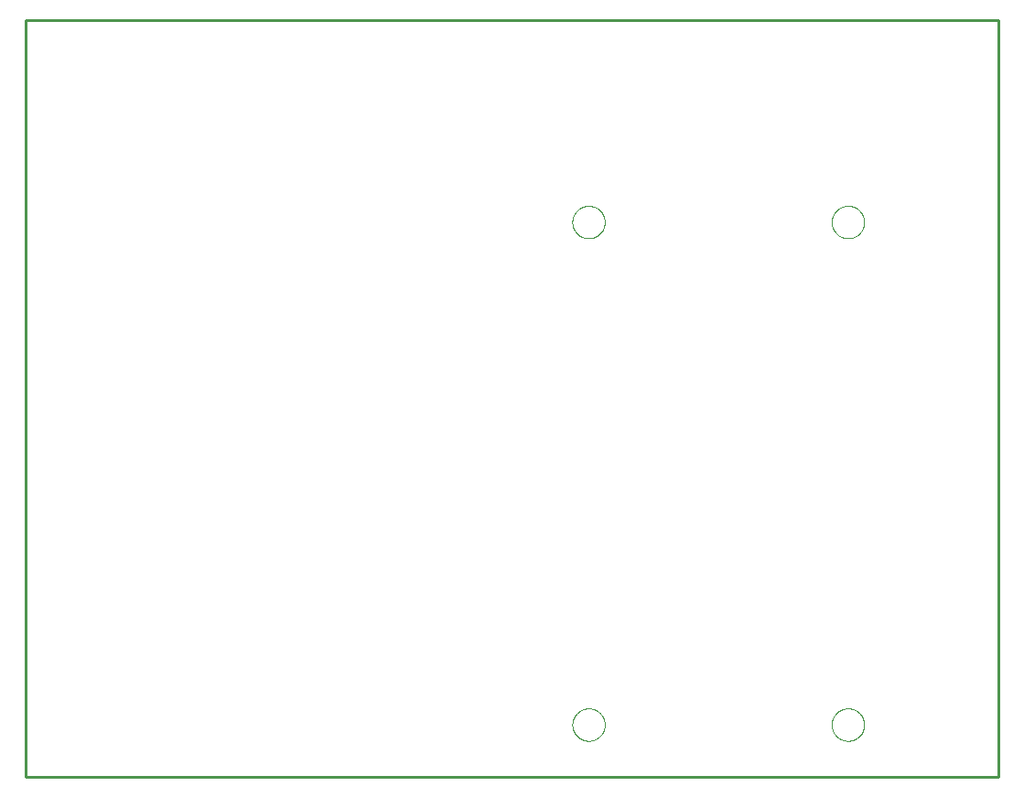
<source format=gbr>
G75*
%MOIN*%
%OFA0B0*%
%FSLAX25Y25*%
%IPPOS*%
%LPD*%
%AMOC8*
5,1,8,0,0,1.08239X$1,22.5*
%
%ADD10C,0.01000*%
%ADD11C,0.00000*%
D10*
X0024406Y0034424D02*
X0024406Y0310015D01*
X0378737Y0310015D01*
X0378737Y0034424D01*
X0024406Y0034424D01*
D11*
X0223500Y0053361D02*
X0223502Y0053514D01*
X0223508Y0053668D01*
X0223518Y0053821D01*
X0223532Y0053973D01*
X0223550Y0054126D01*
X0223572Y0054277D01*
X0223597Y0054428D01*
X0223627Y0054579D01*
X0223661Y0054729D01*
X0223698Y0054877D01*
X0223739Y0055025D01*
X0223784Y0055171D01*
X0223833Y0055317D01*
X0223886Y0055461D01*
X0223942Y0055603D01*
X0224002Y0055744D01*
X0224066Y0055884D01*
X0224133Y0056022D01*
X0224204Y0056158D01*
X0224279Y0056292D01*
X0224356Y0056424D01*
X0224438Y0056554D01*
X0224522Y0056682D01*
X0224610Y0056808D01*
X0224701Y0056931D01*
X0224795Y0057052D01*
X0224893Y0057170D01*
X0224993Y0057286D01*
X0225097Y0057399D01*
X0225203Y0057510D01*
X0225312Y0057618D01*
X0225424Y0057723D01*
X0225538Y0057824D01*
X0225656Y0057923D01*
X0225775Y0058019D01*
X0225897Y0058112D01*
X0226022Y0058201D01*
X0226149Y0058288D01*
X0226278Y0058370D01*
X0226409Y0058450D01*
X0226542Y0058526D01*
X0226677Y0058599D01*
X0226814Y0058668D01*
X0226953Y0058733D01*
X0227093Y0058795D01*
X0227235Y0058853D01*
X0227378Y0058908D01*
X0227523Y0058959D01*
X0227669Y0059006D01*
X0227816Y0059049D01*
X0227964Y0059088D01*
X0228113Y0059124D01*
X0228263Y0059155D01*
X0228414Y0059183D01*
X0228565Y0059207D01*
X0228718Y0059227D01*
X0228870Y0059243D01*
X0229023Y0059255D01*
X0229176Y0059263D01*
X0229329Y0059267D01*
X0229483Y0059267D01*
X0229636Y0059263D01*
X0229789Y0059255D01*
X0229942Y0059243D01*
X0230094Y0059227D01*
X0230247Y0059207D01*
X0230398Y0059183D01*
X0230549Y0059155D01*
X0230699Y0059124D01*
X0230848Y0059088D01*
X0230996Y0059049D01*
X0231143Y0059006D01*
X0231289Y0058959D01*
X0231434Y0058908D01*
X0231577Y0058853D01*
X0231719Y0058795D01*
X0231859Y0058733D01*
X0231998Y0058668D01*
X0232135Y0058599D01*
X0232270Y0058526D01*
X0232403Y0058450D01*
X0232534Y0058370D01*
X0232663Y0058288D01*
X0232790Y0058201D01*
X0232915Y0058112D01*
X0233037Y0058019D01*
X0233156Y0057923D01*
X0233274Y0057824D01*
X0233388Y0057723D01*
X0233500Y0057618D01*
X0233609Y0057510D01*
X0233715Y0057399D01*
X0233819Y0057286D01*
X0233919Y0057170D01*
X0234017Y0057052D01*
X0234111Y0056931D01*
X0234202Y0056808D01*
X0234290Y0056682D01*
X0234374Y0056554D01*
X0234456Y0056424D01*
X0234533Y0056292D01*
X0234608Y0056158D01*
X0234679Y0056022D01*
X0234746Y0055884D01*
X0234810Y0055744D01*
X0234870Y0055603D01*
X0234926Y0055461D01*
X0234979Y0055317D01*
X0235028Y0055171D01*
X0235073Y0055025D01*
X0235114Y0054877D01*
X0235151Y0054729D01*
X0235185Y0054579D01*
X0235215Y0054428D01*
X0235240Y0054277D01*
X0235262Y0054126D01*
X0235280Y0053973D01*
X0235294Y0053821D01*
X0235304Y0053668D01*
X0235310Y0053514D01*
X0235312Y0053361D01*
X0235310Y0053208D01*
X0235304Y0053054D01*
X0235294Y0052901D01*
X0235280Y0052749D01*
X0235262Y0052596D01*
X0235240Y0052445D01*
X0235215Y0052294D01*
X0235185Y0052143D01*
X0235151Y0051993D01*
X0235114Y0051845D01*
X0235073Y0051697D01*
X0235028Y0051551D01*
X0234979Y0051405D01*
X0234926Y0051261D01*
X0234870Y0051119D01*
X0234810Y0050978D01*
X0234746Y0050838D01*
X0234679Y0050700D01*
X0234608Y0050564D01*
X0234533Y0050430D01*
X0234456Y0050298D01*
X0234374Y0050168D01*
X0234290Y0050040D01*
X0234202Y0049914D01*
X0234111Y0049791D01*
X0234017Y0049670D01*
X0233919Y0049552D01*
X0233819Y0049436D01*
X0233715Y0049323D01*
X0233609Y0049212D01*
X0233500Y0049104D01*
X0233388Y0048999D01*
X0233274Y0048898D01*
X0233156Y0048799D01*
X0233037Y0048703D01*
X0232915Y0048610D01*
X0232790Y0048521D01*
X0232663Y0048434D01*
X0232534Y0048352D01*
X0232403Y0048272D01*
X0232270Y0048196D01*
X0232135Y0048123D01*
X0231998Y0048054D01*
X0231859Y0047989D01*
X0231719Y0047927D01*
X0231577Y0047869D01*
X0231434Y0047814D01*
X0231289Y0047763D01*
X0231143Y0047716D01*
X0230996Y0047673D01*
X0230848Y0047634D01*
X0230699Y0047598D01*
X0230549Y0047567D01*
X0230398Y0047539D01*
X0230247Y0047515D01*
X0230094Y0047495D01*
X0229942Y0047479D01*
X0229789Y0047467D01*
X0229636Y0047459D01*
X0229483Y0047455D01*
X0229329Y0047455D01*
X0229176Y0047459D01*
X0229023Y0047467D01*
X0228870Y0047479D01*
X0228718Y0047495D01*
X0228565Y0047515D01*
X0228414Y0047539D01*
X0228263Y0047567D01*
X0228113Y0047598D01*
X0227964Y0047634D01*
X0227816Y0047673D01*
X0227669Y0047716D01*
X0227523Y0047763D01*
X0227378Y0047814D01*
X0227235Y0047869D01*
X0227093Y0047927D01*
X0226953Y0047989D01*
X0226814Y0048054D01*
X0226677Y0048123D01*
X0226542Y0048196D01*
X0226409Y0048272D01*
X0226278Y0048352D01*
X0226149Y0048434D01*
X0226022Y0048521D01*
X0225897Y0048610D01*
X0225775Y0048703D01*
X0225656Y0048799D01*
X0225538Y0048898D01*
X0225424Y0048999D01*
X0225312Y0049104D01*
X0225203Y0049212D01*
X0225097Y0049323D01*
X0224993Y0049436D01*
X0224893Y0049552D01*
X0224795Y0049670D01*
X0224701Y0049791D01*
X0224610Y0049914D01*
X0224522Y0050040D01*
X0224438Y0050168D01*
X0224356Y0050298D01*
X0224279Y0050430D01*
X0224204Y0050564D01*
X0224133Y0050700D01*
X0224066Y0050838D01*
X0224002Y0050978D01*
X0223942Y0051119D01*
X0223886Y0051261D01*
X0223833Y0051405D01*
X0223784Y0051551D01*
X0223739Y0051697D01*
X0223698Y0051845D01*
X0223661Y0051993D01*
X0223627Y0052143D01*
X0223597Y0052294D01*
X0223572Y0052445D01*
X0223550Y0052596D01*
X0223532Y0052749D01*
X0223518Y0052901D01*
X0223508Y0053054D01*
X0223502Y0053208D01*
X0223500Y0053361D01*
X0317988Y0053361D02*
X0317990Y0053514D01*
X0317996Y0053668D01*
X0318006Y0053821D01*
X0318020Y0053973D01*
X0318038Y0054126D01*
X0318060Y0054277D01*
X0318085Y0054428D01*
X0318115Y0054579D01*
X0318149Y0054729D01*
X0318186Y0054877D01*
X0318227Y0055025D01*
X0318272Y0055171D01*
X0318321Y0055317D01*
X0318374Y0055461D01*
X0318430Y0055603D01*
X0318490Y0055744D01*
X0318554Y0055884D01*
X0318621Y0056022D01*
X0318692Y0056158D01*
X0318767Y0056292D01*
X0318844Y0056424D01*
X0318926Y0056554D01*
X0319010Y0056682D01*
X0319098Y0056808D01*
X0319189Y0056931D01*
X0319283Y0057052D01*
X0319381Y0057170D01*
X0319481Y0057286D01*
X0319585Y0057399D01*
X0319691Y0057510D01*
X0319800Y0057618D01*
X0319912Y0057723D01*
X0320026Y0057824D01*
X0320144Y0057923D01*
X0320263Y0058019D01*
X0320385Y0058112D01*
X0320510Y0058201D01*
X0320637Y0058288D01*
X0320766Y0058370D01*
X0320897Y0058450D01*
X0321030Y0058526D01*
X0321165Y0058599D01*
X0321302Y0058668D01*
X0321441Y0058733D01*
X0321581Y0058795D01*
X0321723Y0058853D01*
X0321866Y0058908D01*
X0322011Y0058959D01*
X0322157Y0059006D01*
X0322304Y0059049D01*
X0322452Y0059088D01*
X0322601Y0059124D01*
X0322751Y0059155D01*
X0322902Y0059183D01*
X0323053Y0059207D01*
X0323206Y0059227D01*
X0323358Y0059243D01*
X0323511Y0059255D01*
X0323664Y0059263D01*
X0323817Y0059267D01*
X0323971Y0059267D01*
X0324124Y0059263D01*
X0324277Y0059255D01*
X0324430Y0059243D01*
X0324582Y0059227D01*
X0324735Y0059207D01*
X0324886Y0059183D01*
X0325037Y0059155D01*
X0325187Y0059124D01*
X0325336Y0059088D01*
X0325484Y0059049D01*
X0325631Y0059006D01*
X0325777Y0058959D01*
X0325922Y0058908D01*
X0326065Y0058853D01*
X0326207Y0058795D01*
X0326347Y0058733D01*
X0326486Y0058668D01*
X0326623Y0058599D01*
X0326758Y0058526D01*
X0326891Y0058450D01*
X0327022Y0058370D01*
X0327151Y0058288D01*
X0327278Y0058201D01*
X0327403Y0058112D01*
X0327525Y0058019D01*
X0327644Y0057923D01*
X0327762Y0057824D01*
X0327876Y0057723D01*
X0327988Y0057618D01*
X0328097Y0057510D01*
X0328203Y0057399D01*
X0328307Y0057286D01*
X0328407Y0057170D01*
X0328505Y0057052D01*
X0328599Y0056931D01*
X0328690Y0056808D01*
X0328778Y0056682D01*
X0328862Y0056554D01*
X0328944Y0056424D01*
X0329021Y0056292D01*
X0329096Y0056158D01*
X0329167Y0056022D01*
X0329234Y0055884D01*
X0329298Y0055744D01*
X0329358Y0055603D01*
X0329414Y0055461D01*
X0329467Y0055317D01*
X0329516Y0055171D01*
X0329561Y0055025D01*
X0329602Y0054877D01*
X0329639Y0054729D01*
X0329673Y0054579D01*
X0329703Y0054428D01*
X0329728Y0054277D01*
X0329750Y0054126D01*
X0329768Y0053973D01*
X0329782Y0053821D01*
X0329792Y0053668D01*
X0329798Y0053514D01*
X0329800Y0053361D01*
X0329798Y0053208D01*
X0329792Y0053054D01*
X0329782Y0052901D01*
X0329768Y0052749D01*
X0329750Y0052596D01*
X0329728Y0052445D01*
X0329703Y0052294D01*
X0329673Y0052143D01*
X0329639Y0051993D01*
X0329602Y0051845D01*
X0329561Y0051697D01*
X0329516Y0051551D01*
X0329467Y0051405D01*
X0329414Y0051261D01*
X0329358Y0051119D01*
X0329298Y0050978D01*
X0329234Y0050838D01*
X0329167Y0050700D01*
X0329096Y0050564D01*
X0329021Y0050430D01*
X0328944Y0050298D01*
X0328862Y0050168D01*
X0328778Y0050040D01*
X0328690Y0049914D01*
X0328599Y0049791D01*
X0328505Y0049670D01*
X0328407Y0049552D01*
X0328307Y0049436D01*
X0328203Y0049323D01*
X0328097Y0049212D01*
X0327988Y0049104D01*
X0327876Y0048999D01*
X0327762Y0048898D01*
X0327644Y0048799D01*
X0327525Y0048703D01*
X0327403Y0048610D01*
X0327278Y0048521D01*
X0327151Y0048434D01*
X0327022Y0048352D01*
X0326891Y0048272D01*
X0326758Y0048196D01*
X0326623Y0048123D01*
X0326486Y0048054D01*
X0326347Y0047989D01*
X0326207Y0047927D01*
X0326065Y0047869D01*
X0325922Y0047814D01*
X0325777Y0047763D01*
X0325631Y0047716D01*
X0325484Y0047673D01*
X0325336Y0047634D01*
X0325187Y0047598D01*
X0325037Y0047567D01*
X0324886Y0047539D01*
X0324735Y0047515D01*
X0324582Y0047495D01*
X0324430Y0047479D01*
X0324277Y0047467D01*
X0324124Y0047459D01*
X0323971Y0047455D01*
X0323817Y0047455D01*
X0323664Y0047459D01*
X0323511Y0047467D01*
X0323358Y0047479D01*
X0323206Y0047495D01*
X0323053Y0047515D01*
X0322902Y0047539D01*
X0322751Y0047567D01*
X0322601Y0047598D01*
X0322452Y0047634D01*
X0322304Y0047673D01*
X0322157Y0047716D01*
X0322011Y0047763D01*
X0321866Y0047814D01*
X0321723Y0047869D01*
X0321581Y0047927D01*
X0321441Y0047989D01*
X0321302Y0048054D01*
X0321165Y0048123D01*
X0321030Y0048196D01*
X0320897Y0048272D01*
X0320766Y0048352D01*
X0320637Y0048434D01*
X0320510Y0048521D01*
X0320385Y0048610D01*
X0320263Y0048703D01*
X0320144Y0048799D01*
X0320026Y0048898D01*
X0319912Y0048999D01*
X0319800Y0049104D01*
X0319691Y0049212D01*
X0319585Y0049323D01*
X0319481Y0049436D01*
X0319381Y0049552D01*
X0319283Y0049670D01*
X0319189Y0049791D01*
X0319098Y0049914D01*
X0319010Y0050040D01*
X0318926Y0050168D01*
X0318844Y0050298D01*
X0318767Y0050430D01*
X0318692Y0050564D01*
X0318621Y0050700D01*
X0318554Y0050838D01*
X0318490Y0050978D01*
X0318430Y0051119D01*
X0318374Y0051261D01*
X0318321Y0051405D01*
X0318272Y0051551D01*
X0318227Y0051697D01*
X0318186Y0051845D01*
X0318149Y0051993D01*
X0318115Y0052143D01*
X0318085Y0052294D01*
X0318060Y0052445D01*
X0318038Y0052596D01*
X0318020Y0052749D01*
X0318006Y0052901D01*
X0317996Y0053054D01*
X0317990Y0053208D01*
X0317988Y0053361D01*
X0317988Y0236432D02*
X0317990Y0236585D01*
X0317996Y0236739D01*
X0318006Y0236892D01*
X0318020Y0237044D01*
X0318038Y0237197D01*
X0318060Y0237348D01*
X0318085Y0237499D01*
X0318115Y0237650D01*
X0318149Y0237800D01*
X0318186Y0237948D01*
X0318227Y0238096D01*
X0318272Y0238242D01*
X0318321Y0238388D01*
X0318374Y0238532D01*
X0318430Y0238674D01*
X0318490Y0238815D01*
X0318554Y0238955D01*
X0318621Y0239093D01*
X0318692Y0239229D01*
X0318767Y0239363D01*
X0318844Y0239495D01*
X0318926Y0239625D01*
X0319010Y0239753D01*
X0319098Y0239879D01*
X0319189Y0240002D01*
X0319283Y0240123D01*
X0319381Y0240241D01*
X0319481Y0240357D01*
X0319585Y0240470D01*
X0319691Y0240581D01*
X0319800Y0240689D01*
X0319912Y0240794D01*
X0320026Y0240895D01*
X0320144Y0240994D01*
X0320263Y0241090D01*
X0320385Y0241183D01*
X0320510Y0241272D01*
X0320637Y0241359D01*
X0320766Y0241441D01*
X0320897Y0241521D01*
X0321030Y0241597D01*
X0321165Y0241670D01*
X0321302Y0241739D01*
X0321441Y0241804D01*
X0321581Y0241866D01*
X0321723Y0241924D01*
X0321866Y0241979D01*
X0322011Y0242030D01*
X0322157Y0242077D01*
X0322304Y0242120D01*
X0322452Y0242159D01*
X0322601Y0242195D01*
X0322751Y0242226D01*
X0322902Y0242254D01*
X0323053Y0242278D01*
X0323206Y0242298D01*
X0323358Y0242314D01*
X0323511Y0242326D01*
X0323664Y0242334D01*
X0323817Y0242338D01*
X0323971Y0242338D01*
X0324124Y0242334D01*
X0324277Y0242326D01*
X0324430Y0242314D01*
X0324582Y0242298D01*
X0324735Y0242278D01*
X0324886Y0242254D01*
X0325037Y0242226D01*
X0325187Y0242195D01*
X0325336Y0242159D01*
X0325484Y0242120D01*
X0325631Y0242077D01*
X0325777Y0242030D01*
X0325922Y0241979D01*
X0326065Y0241924D01*
X0326207Y0241866D01*
X0326347Y0241804D01*
X0326486Y0241739D01*
X0326623Y0241670D01*
X0326758Y0241597D01*
X0326891Y0241521D01*
X0327022Y0241441D01*
X0327151Y0241359D01*
X0327278Y0241272D01*
X0327403Y0241183D01*
X0327525Y0241090D01*
X0327644Y0240994D01*
X0327762Y0240895D01*
X0327876Y0240794D01*
X0327988Y0240689D01*
X0328097Y0240581D01*
X0328203Y0240470D01*
X0328307Y0240357D01*
X0328407Y0240241D01*
X0328505Y0240123D01*
X0328599Y0240002D01*
X0328690Y0239879D01*
X0328778Y0239753D01*
X0328862Y0239625D01*
X0328944Y0239495D01*
X0329021Y0239363D01*
X0329096Y0239229D01*
X0329167Y0239093D01*
X0329234Y0238955D01*
X0329298Y0238815D01*
X0329358Y0238674D01*
X0329414Y0238532D01*
X0329467Y0238388D01*
X0329516Y0238242D01*
X0329561Y0238096D01*
X0329602Y0237948D01*
X0329639Y0237800D01*
X0329673Y0237650D01*
X0329703Y0237499D01*
X0329728Y0237348D01*
X0329750Y0237197D01*
X0329768Y0237044D01*
X0329782Y0236892D01*
X0329792Y0236739D01*
X0329798Y0236585D01*
X0329800Y0236432D01*
X0329798Y0236279D01*
X0329792Y0236125D01*
X0329782Y0235972D01*
X0329768Y0235820D01*
X0329750Y0235667D01*
X0329728Y0235516D01*
X0329703Y0235365D01*
X0329673Y0235214D01*
X0329639Y0235064D01*
X0329602Y0234916D01*
X0329561Y0234768D01*
X0329516Y0234622D01*
X0329467Y0234476D01*
X0329414Y0234332D01*
X0329358Y0234190D01*
X0329298Y0234049D01*
X0329234Y0233909D01*
X0329167Y0233771D01*
X0329096Y0233635D01*
X0329021Y0233501D01*
X0328944Y0233369D01*
X0328862Y0233239D01*
X0328778Y0233111D01*
X0328690Y0232985D01*
X0328599Y0232862D01*
X0328505Y0232741D01*
X0328407Y0232623D01*
X0328307Y0232507D01*
X0328203Y0232394D01*
X0328097Y0232283D01*
X0327988Y0232175D01*
X0327876Y0232070D01*
X0327762Y0231969D01*
X0327644Y0231870D01*
X0327525Y0231774D01*
X0327403Y0231681D01*
X0327278Y0231592D01*
X0327151Y0231505D01*
X0327022Y0231423D01*
X0326891Y0231343D01*
X0326758Y0231267D01*
X0326623Y0231194D01*
X0326486Y0231125D01*
X0326347Y0231060D01*
X0326207Y0230998D01*
X0326065Y0230940D01*
X0325922Y0230885D01*
X0325777Y0230834D01*
X0325631Y0230787D01*
X0325484Y0230744D01*
X0325336Y0230705D01*
X0325187Y0230669D01*
X0325037Y0230638D01*
X0324886Y0230610D01*
X0324735Y0230586D01*
X0324582Y0230566D01*
X0324430Y0230550D01*
X0324277Y0230538D01*
X0324124Y0230530D01*
X0323971Y0230526D01*
X0323817Y0230526D01*
X0323664Y0230530D01*
X0323511Y0230538D01*
X0323358Y0230550D01*
X0323206Y0230566D01*
X0323053Y0230586D01*
X0322902Y0230610D01*
X0322751Y0230638D01*
X0322601Y0230669D01*
X0322452Y0230705D01*
X0322304Y0230744D01*
X0322157Y0230787D01*
X0322011Y0230834D01*
X0321866Y0230885D01*
X0321723Y0230940D01*
X0321581Y0230998D01*
X0321441Y0231060D01*
X0321302Y0231125D01*
X0321165Y0231194D01*
X0321030Y0231267D01*
X0320897Y0231343D01*
X0320766Y0231423D01*
X0320637Y0231505D01*
X0320510Y0231592D01*
X0320385Y0231681D01*
X0320263Y0231774D01*
X0320144Y0231870D01*
X0320026Y0231969D01*
X0319912Y0232070D01*
X0319800Y0232175D01*
X0319691Y0232283D01*
X0319585Y0232394D01*
X0319481Y0232507D01*
X0319381Y0232623D01*
X0319283Y0232741D01*
X0319189Y0232862D01*
X0319098Y0232985D01*
X0319010Y0233111D01*
X0318926Y0233239D01*
X0318844Y0233369D01*
X0318767Y0233501D01*
X0318692Y0233635D01*
X0318621Y0233771D01*
X0318554Y0233909D01*
X0318490Y0234049D01*
X0318430Y0234190D01*
X0318374Y0234332D01*
X0318321Y0234476D01*
X0318272Y0234622D01*
X0318227Y0234768D01*
X0318186Y0234916D01*
X0318149Y0235064D01*
X0318115Y0235214D01*
X0318085Y0235365D01*
X0318060Y0235516D01*
X0318038Y0235667D01*
X0318020Y0235820D01*
X0318006Y0235972D01*
X0317996Y0236125D01*
X0317990Y0236279D01*
X0317988Y0236432D01*
X0223500Y0236432D02*
X0223502Y0236585D01*
X0223508Y0236739D01*
X0223518Y0236892D01*
X0223532Y0237044D01*
X0223550Y0237197D01*
X0223572Y0237348D01*
X0223597Y0237499D01*
X0223627Y0237650D01*
X0223661Y0237800D01*
X0223698Y0237948D01*
X0223739Y0238096D01*
X0223784Y0238242D01*
X0223833Y0238388D01*
X0223886Y0238532D01*
X0223942Y0238674D01*
X0224002Y0238815D01*
X0224066Y0238955D01*
X0224133Y0239093D01*
X0224204Y0239229D01*
X0224279Y0239363D01*
X0224356Y0239495D01*
X0224438Y0239625D01*
X0224522Y0239753D01*
X0224610Y0239879D01*
X0224701Y0240002D01*
X0224795Y0240123D01*
X0224893Y0240241D01*
X0224993Y0240357D01*
X0225097Y0240470D01*
X0225203Y0240581D01*
X0225312Y0240689D01*
X0225424Y0240794D01*
X0225538Y0240895D01*
X0225656Y0240994D01*
X0225775Y0241090D01*
X0225897Y0241183D01*
X0226022Y0241272D01*
X0226149Y0241359D01*
X0226278Y0241441D01*
X0226409Y0241521D01*
X0226542Y0241597D01*
X0226677Y0241670D01*
X0226814Y0241739D01*
X0226953Y0241804D01*
X0227093Y0241866D01*
X0227235Y0241924D01*
X0227378Y0241979D01*
X0227523Y0242030D01*
X0227669Y0242077D01*
X0227816Y0242120D01*
X0227964Y0242159D01*
X0228113Y0242195D01*
X0228263Y0242226D01*
X0228414Y0242254D01*
X0228565Y0242278D01*
X0228718Y0242298D01*
X0228870Y0242314D01*
X0229023Y0242326D01*
X0229176Y0242334D01*
X0229329Y0242338D01*
X0229483Y0242338D01*
X0229636Y0242334D01*
X0229789Y0242326D01*
X0229942Y0242314D01*
X0230094Y0242298D01*
X0230247Y0242278D01*
X0230398Y0242254D01*
X0230549Y0242226D01*
X0230699Y0242195D01*
X0230848Y0242159D01*
X0230996Y0242120D01*
X0231143Y0242077D01*
X0231289Y0242030D01*
X0231434Y0241979D01*
X0231577Y0241924D01*
X0231719Y0241866D01*
X0231859Y0241804D01*
X0231998Y0241739D01*
X0232135Y0241670D01*
X0232270Y0241597D01*
X0232403Y0241521D01*
X0232534Y0241441D01*
X0232663Y0241359D01*
X0232790Y0241272D01*
X0232915Y0241183D01*
X0233037Y0241090D01*
X0233156Y0240994D01*
X0233274Y0240895D01*
X0233388Y0240794D01*
X0233500Y0240689D01*
X0233609Y0240581D01*
X0233715Y0240470D01*
X0233819Y0240357D01*
X0233919Y0240241D01*
X0234017Y0240123D01*
X0234111Y0240002D01*
X0234202Y0239879D01*
X0234290Y0239753D01*
X0234374Y0239625D01*
X0234456Y0239495D01*
X0234533Y0239363D01*
X0234608Y0239229D01*
X0234679Y0239093D01*
X0234746Y0238955D01*
X0234810Y0238815D01*
X0234870Y0238674D01*
X0234926Y0238532D01*
X0234979Y0238388D01*
X0235028Y0238242D01*
X0235073Y0238096D01*
X0235114Y0237948D01*
X0235151Y0237800D01*
X0235185Y0237650D01*
X0235215Y0237499D01*
X0235240Y0237348D01*
X0235262Y0237197D01*
X0235280Y0237044D01*
X0235294Y0236892D01*
X0235304Y0236739D01*
X0235310Y0236585D01*
X0235312Y0236432D01*
X0235310Y0236279D01*
X0235304Y0236125D01*
X0235294Y0235972D01*
X0235280Y0235820D01*
X0235262Y0235667D01*
X0235240Y0235516D01*
X0235215Y0235365D01*
X0235185Y0235214D01*
X0235151Y0235064D01*
X0235114Y0234916D01*
X0235073Y0234768D01*
X0235028Y0234622D01*
X0234979Y0234476D01*
X0234926Y0234332D01*
X0234870Y0234190D01*
X0234810Y0234049D01*
X0234746Y0233909D01*
X0234679Y0233771D01*
X0234608Y0233635D01*
X0234533Y0233501D01*
X0234456Y0233369D01*
X0234374Y0233239D01*
X0234290Y0233111D01*
X0234202Y0232985D01*
X0234111Y0232862D01*
X0234017Y0232741D01*
X0233919Y0232623D01*
X0233819Y0232507D01*
X0233715Y0232394D01*
X0233609Y0232283D01*
X0233500Y0232175D01*
X0233388Y0232070D01*
X0233274Y0231969D01*
X0233156Y0231870D01*
X0233037Y0231774D01*
X0232915Y0231681D01*
X0232790Y0231592D01*
X0232663Y0231505D01*
X0232534Y0231423D01*
X0232403Y0231343D01*
X0232270Y0231267D01*
X0232135Y0231194D01*
X0231998Y0231125D01*
X0231859Y0231060D01*
X0231719Y0230998D01*
X0231577Y0230940D01*
X0231434Y0230885D01*
X0231289Y0230834D01*
X0231143Y0230787D01*
X0230996Y0230744D01*
X0230848Y0230705D01*
X0230699Y0230669D01*
X0230549Y0230638D01*
X0230398Y0230610D01*
X0230247Y0230586D01*
X0230094Y0230566D01*
X0229942Y0230550D01*
X0229789Y0230538D01*
X0229636Y0230530D01*
X0229483Y0230526D01*
X0229329Y0230526D01*
X0229176Y0230530D01*
X0229023Y0230538D01*
X0228870Y0230550D01*
X0228718Y0230566D01*
X0228565Y0230586D01*
X0228414Y0230610D01*
X0228263Y0230638D01*
X0228113Y0230669D01*
X0227964Y0230705D01*
X0227816Y0230744D01*
X0227669Y0230787D01*
X0227523Y0230834D01*
X0227378Y0230885D01*
X0227235Y0230940D01*
X0227093Y0230998D01*
X0226953Y0231060D01*
X0226814Y0231125D01*
X0226677Y0231194D01*
X0226542Y0231267D01*
X0226409Y0231343D01*
X0226278Y0231423D01*
X0226149Y0231505D01*
X0226022Y0231592D01*
X0225897Y0231681D01*
X0225775Y0231774D01*
X0225656Y0231870D01*
X0225538Y0231969D01*
X0225424Y0232070D01*
X0225312Y0232175D01*
X0225203Y0232283D01*
X0225097Y0232394D01*
X0224993Y0232507D01*
X0224893Y0232623D01*
X0224795Y0232741D01*
X0224701Y0232862D01*
X0224610Y0232985D01*
X0224522Y0233111D01*
X0224438Y0233239D01*
X0224356Y0233369D01*
X0224279Y0233501D01*
X0224204Y0233635D01*
X0224133Y0233771D01*
X0224066Y0233909D01*
X0224002Y0234049D01*
X0223942Y0234190D01*
X0223886Y0234332D01*
X0223833Y0234476D01*
X0223784Y0234622D01*
X0223739Y0234768D01*
X0223698Y0234916D01*
X0223661Y0235064D01*
X0223627Y0235214D01*
X0223597Y0235365D01*
X0223572Y0235516D01*
X0223550Y0235667D01*
X0223532Y0235820D01*
X0223518Y0235972D01*
X0223508Y0236125D01*
X0223502Y0236279D01*
X0223500Y0236432D01*
M02*

</source>
